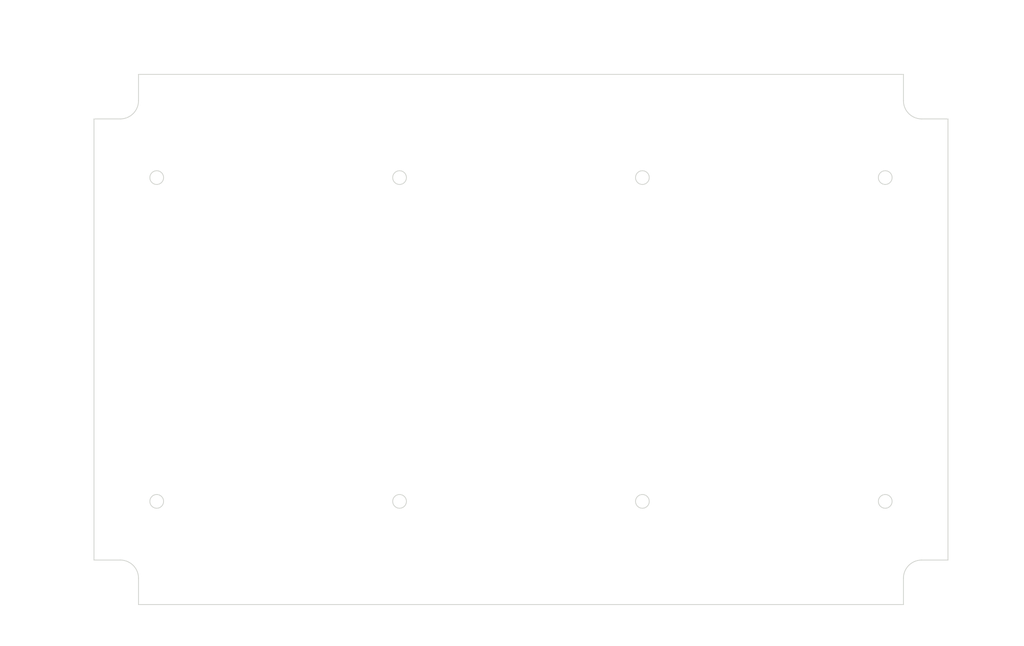
<source format=kicad_pcb>
(kicad_pcb (version 20171130) (host pcbnew "(5.1.0)-1")

  (general
    (thickness 1.6)
    (drawings 93)
    (tracks 0)
    (zones 0)
    (modules 0)
    (nets 1)
  )

  (page A3)
  (layers
    (0 F.Cu signal)
    (31 B.Cu signal)
    (32 B.Adhes user)
    (33 F.Adhes user)
    (34 B.Paste user)
    (35 F.Paste user)
    (36 B.SilkS user)
    (37 F.SilkS user)
    (38 B.Mask user)
    (39 F.Mask user)
    (40 Dwgs.User user)
    (41 Cmts.User user)
    (42 Eco1.User user)
    (43 Eco2.User user)
    (44 Edge.Cuts user)
    (45 Margin user)
    (46 B.CrtYd user)
    (47 F.CrtYd user)
    (48 B.Fab user)
    (49 F.Fab user)
  )

  (setup
    (last_trace_width 0.25)
    (trace_clearance 0.2)
    (zone_clearance 0.508)
    (zone_45_only no)
    (trace_min 0.2)
    (via_size 0.8)
    (via_drill 0.4)
    (via_min_size 0.4)
    (via_min_drill 0.3)
    (uvia_size 0.3)
    (uvia_drill 0.1)
    (uvias_allowed no)
    (uvia_min_size 0.2)
    (uvia_min_drill 0.1)
    (edge_width 0.05)
    (segment_width 0.2)
    (pcb_text_width 0.3)
    (pcb_text_size 1.5 1.5)
    (mod_edge_width 0.12)
    (mod_text_size 1 1)
    (mod_text_width 0.15)
    (pad_size 1.524 1.524)
    (pad_drill 0.762)
    (pad_to_mask_clearance 0.051)
    (solder_mask_min_width 0.25)
    (aux_axis_origin 0 0)
    (visible_elements FFFFFF7F)
    (pcbplotparams
      (layerselection 0x010fc_ffffffff)
      (usegerberextensions false)
      (usegerberattributes false)
      (usegerberadvancedattributes false)
      (creategerberjobfile false)
      (excludeedgelayer true)
      (linewidth 0.152400)
      (plotframeref false)
      (viasonmask false)
      (mode 1)
      (useauxorigin false)
      (hpglpennumber 1)
      (hpglpenspeed 20)
      (hpglpendiameter 15.000000)
      (psnegative false)
      (psa4output false)
      (plotreference true)
      (plotvalue true)
      (plotinvisibletext false)
      (padsonsilk false)
      (subtractmaskfromsilk false)
      (outputformat 1)
      (mirror false)
      (drillshape 1)
      (scaleselection 1)
      (outputdirectory ""))
  )

  (net 0 "")

  (net_class Default "This is the default net class."
    (clearance 0.2)
    (trace_width 0.25)
    (via_dia 0.8)
    (via_drill 0.4)
    (uvia_dia 0.3)
    (uvia_drill 0.1)
  )

  (gr_line (start 97.565548 204.40675) (end 97.565548 95.40675) (layer Edge.Cuts) (width 0.2))
  (gr_line (start 104.065548 204.40675) (end 97.565548 204.40675) (layer Edge.Cuts) (width 0.2))
  (gr_arc (start 104.065548 208.90675) (end 108.565548 208.90675) (angle -90) (layer Edge.Cuts) (width 0.2))
  (gr_line (start 108.565548 215.40675) (end 108.565548 208.90675) (layer Edge.Cuts) (width 0.2))
  (gr_line (start 297.565548 215.40675) (end 108.565548 215.40675) (layer Edge.Cuts) (width 0.2))
  (gr_line (start 297.565548 208.90675) (end 297.565548 215.40675) (layer Edge.Cuts) (width 0.2))
  (gr_arc (start 302.065548 208.90675) (end 302.065548 204.40675) (angle -90) (layer Edge.Cuts) (width 0.2))
  (gr_line (start 308.565548 204.40675) (end 302.065548 204.40675) (layer Edge.Cuts) (width 0.2))
  (gr_line (start 308.565548 95.40675) (end 308.565548 204.40675) (layer Edge.Cuts) (width 0.2))
  (gr_line (start 302.065548 95.40675) (end 308.565548 95.40675) (layer Edge.Cuts) (width 0.2))
  (gr_arc (start 302.065548 90.90675) (end 297.565548 90.90675) (angle -90) (layer Edge.Cuts) (width 0.2))
  (gr_line (start 297.565548 84.40675) (end 297.565548 90.90675) (layer Edge.Cuts) (width 0.2))
  (gr_line (start 108.565548 84.40675) (end 297.565548 84.40675) (layer Edge.Cuts) (width 0.2))
  (gr_line (start 108.565548 90.90675) (end 108.565548 84.40675) (layer Edge.Cuts) (width 0.2))
  (gr_arc (start 104.065548 90.90675) (end 104.065548 95.40675) (angle -90) (layer Edge.Cuts) (width 0.2))
  (gr_line (start 97.565548 95.40675) (end 104.065548 95.40675) (layer Edge.Cuts) (width 0.2))
  (gr_circle (center 233.065548 189.90675) (end 234.765548 189.90675) (layer Edge.Cuts) (width 0.2))
  (gr_circle (center 113.065548 189.90675) (end 114.765548 189.90675) (layer Edge.Cuts) (width 0.2))
  (gr_circle (center 293.065548 109.90675) (end 294.765548 109.90675) (layer Edge.Cuts) (width 0.2))
  (gr_circle (center 173.065548 109.90675) (end 174.765548 109.90675) (layer Edge.Cuts) (width 0.2))
  (gr_circle (center 113.065548 109.90675) (end 114.765548 109.90675) (layer Edge.Cuts) (width 0.2))
  (gr_circle (center 233.065548 109.90675) (end 234.765548 109.90675) (layer Edge.Cuts) (width 0.2))
  (gr_circle (center 173.065548 189.90675) (end 174.765548 189.90675) (layer Edge.Cuts) (width 0.2))
  (gr_circle (center 293.065548 189.90675) (end 294.765548 189.90675) (layer Edge.Cuts) (width 0.2))
  (gr_line (start 293.065548 189.99675) (end 293.065548 189.81675) (layer Dwgs.User) (width 0.2))
  (gr_line (start 292.975548 189.90675) (end 293.155548 189.90675) (layer Dwgs.User) (width 0.2))
  (gr_text " ∅3.40\n[∅0.13]" (at 316.091702 196.79443) (layer Dwgs.User)
    (effects (font (size 1.7 1.53) (thickness 0.2125)))
  )
  (gr_line (start 309.554833 196.79443) (end 296.479671 191.332851) (layer Dwgs.User) (width 0.2))
  (gr_line (start 311.554833 196.79443) (end 309.554833 196.79443) (layer Dwgs.User) (width 0.2))
  (gr_text [R0.18] (at 312.764393 215.42477) (layer Dwgs.User)
    (effects (font (size 1.7 1.53) (thickness 0.2125)))
  )
  (gr_text " R4.50" (at 312.764393 211.867335) (layer Dwgs.User)
    (effects (font (size 1.7 1.53) (thickness 0.2125)))
  )
  (gr_line (start 306.293622 213.535309) (end 300.37944 207.060933) (layer Dwgs.User) (width 0.2))
  (gr_line (start 308.293622 213.535309) (end 306.293622 213.535309) (layer Dwgs.User) (width 0.2))
  (gr_text [4.29] (at 322.599674 151.796211) (layer Dwgs.User)
    (effects (font (size 1.7 1.53) (thickness 0.2125)))
  )
  (gr_text " 109.00" (at 322.599674 148.238775) (layer Dwgs.User)
    (effects (font (size 1.7 1.53) (thickness 0.2125)))
  )
  (gr_line (start 322.599674 202.40675) (end 322.599674 153.464185) (layer Dwgs.User) (width 0.2))
  (gr_line (start 322.599674 97.40675) (end 322.599674 146.349314) (layer Dwgs.User) (width 0.2))
  (gr_line (start 309.565548 204.40675) (end 325.774674 204.40675) (layer Dwgs.User) (width 0.2))
  (gr_line (start 309.565548 95.40675) (end 325.774674 95.40675) (layer Dwgs.User) (width 0.2))
  (gr_text [7.44] (at 203.065548 224.299196) (layer Dwgs.User)
    (effects (font (size 1.7 1.53) (thickness 0.2125)))
  )
  (gr_text " 189.00" (at 203.065548 220.745239) (layer Dwgs.User)
    (effects (font (size 1.7 1.53) (thickness 0.2125)))
  )
  (gr_line (start 110.565548 222.413214) (end 198.360534 222.413214) (layer Dwgs.User) (width 0.2))
  (gr_line (start 295.565548 222.413214) (end 207.770562 222.413214) (layer Dwgs.User) (width 0.2))
  (gr_line (start 108.565548 216.40675) (end 108.565548 225.588214) (layer Dwgs.User) (width 0.2))
  (gr_line (start 297.565548 216.40675) (end 297.565548 225.588214) (layer Dwgs.User) (width 0.2))
  (gr_text [1.00] (at 88.857905 99.046211) (layer Dwgs.User)
    (effects (font (size 1.7 1.53) (thickness 0.2125)))
  )
  (gr_text " 25.50" (at 88.857905 95.488775) (layer Dwgs.User)
    (effects (font (size 1.7 1.53) (thickness 0.2125)))
  )
  (gr_line (start 88.857905 107.90675) (end 88.857905 100.714185) (layer Dwgs.User) (width 0.2))
  (gr_line (start 88.857905 86.40675) (end 88.857905 93.599314) (layer Dwgs.User) (width 0.2))
  (gr_line (start 112.065548 109.90675) (end 85.682905 109.90675) (layer Dwgs.User) (width 0.2))
  (gr_line (start 107.565548 84.40675) (end 85.682905 84.40675) (layer Dwgs.User) (width 0.2))
  (gr_text [.61] (at 105.315548 80.816049) (layer Dwgs.User)
    (effects (font (size 1.7 1.53) (thickness 0.2125)))
  )
  (gr_text " 15.50" (at 105.315548 77.258614) (layer Dwgs.User)
    (effects (font (size 1.7 1.53) (thickness 0.2125)))
  )
  (gr_line (start 111.065548 78.926588) (end 109.360159 78.926588) (layer Dwgs.User) (width 0.2))
  (gr_line (start 99.565548 78.926588) (end 101.270937 78.926588) (layer Dwgs.User) (width 0.2))
  (gr_line (start 113.065548 108.90675) (end 113.065548 75.751588) (layer Dwgs.User) (width 0.2))
  (gr_line (start 97.565548 94.40675) (end 97.565548 75.751588) (layer Dwgs.User) (width 0.2))
  (gr_text [2.36] (at 263.065548 79.817885) (layer Dwgs.User)
    (effects (font (size 1.7 1.53) (thickness 0.2125)))
  )
  (gr_text " 60.00" (at 263.065548 76.260449) (layer Dwgs.User)
    (effects (font (size 1.7 1.53) (thickness 0.2125)))
  )
  (gr_line (start 235.065548 77.928424) (end 259.020937 77.928424) (layer Dwgs.User) (width 0.2))
  (gr_line (start 291.065548 77.928424) (end 267.110159 77.928424) (layer Dwgs.User) (width 0.2))
  (gr_line (start 233.065548 108.90675) (end 233.065548 74.753424) (layer Dwgs.User) (width 0.2))
  (gr_line (start 293.065548 108.90675) (end 293.065548 74.753424) (layer Dwgs.User) (width 0.2))
  (gr_text [2.36] (at 203.065548 79.90206) (layer Dwgs.User)
    (effects (font (size 1.7 1.53) (thickness 0.2125)))
  )
  (gr_text " 60.00" (at 203.065548 76.344625) (layer Dwgs.User)
    (effects (font (size 1.7 1.53) (thickness 0.2125)))
  )
  (gr_line (start 231.065548 78.012599) (end 207.110159 78.012599) (layer Dwgs.User) (width 0.2))
  (gr_line (start 175.065548 78.012599) (end 199.020937 78.012599) (layer Dwgs.User) (width 0.2))
  (gr_line (start 233.065548 108.90675) (end 233.065548 74.837599) (layer Dwgs.User) (width 0.2))
  (gr_line (start 173.065548 108.90675) (end 173.065548 74.837599) (layer Dwgs.User) (width 0.2))
  (gr_text [2.36] (at 143.065548 80.816049) (layer Dwgs.User)
    (effects (font (size 1.7 1.53) (thickness 0.2125)))
  )
  (gr_text " 60.00" (at 143.065548 77.258614) (layer Dwgs.User)
    (effects (font (size 1.7 1.53) (thickness 0.2125)))
  )
  (gr_line (start 171.065548 78.926588) (end 147.110159 78.926588) (layer Dwgs.User) (width 0.2))
  (gr_line (start 115.065548 78.926588) (end 139.020937 78.926588) (layer Dwgs.User) (width 0.2))
  (gr_line (start 173.065548 108.90675) (end 173.065548 75.751588) (layer Dwgs.User) (width 0.2))
  (gr_line (start 113.065548 108.90675) (end 113.065548 75.751588) (layer Dwgs.User) (width 0.2))
  (gr_text [8.31] (at 203.065548 71.191803) (layer Dwgs.User)
    (effects (font (size 1.7 1.53) (thickness 0.2125)))
  )
  (gr_text " 211.00" (at 203.065548 67.634368) (layer Dwgs.User)
    (effects (font (size 1.7 1.53) (thickness 0.2125)))
  )
  (gr_line (start 306.565548 69.302342) (end 207.770562 69.302342) (layer Dwgs.User) (width 0.2))
  (gr_line (start 99.565548 69.302342) (end 198.360534 69.302342) (layer Dwgs.User) (width 0.2))
  (gr_line (start 308.565548 94.40675) (end 308.565548 66.127342) (layer Dwgs.User) (width 0.2))
  (gr_line (start 97.565548 94.40675) (end 97.565548 66.127342) (layer Dwgs.User) (width 0.2))
  (gr_text [3.15] (at 88.538871 151.796211) (layer Dwgs.User)
    (effects (font (size 1.7 1.53) (thickness 0.2125)))
  )
  (gr_text " 80.00" (at 88.538871 148.238775) (layer Dwgs.User)
    (effects (font (size 1.7 1.53) (thickness 0.2125)))
  )
  (gr_line (start 88.538871 187.90675) (end 88.538871 153.464185) (layer Dwgs.User) (width 0.2))
  (gr_line (start 88.538871 111.90675) (end 88.538871 146.349314) (layer Dwgs.User) (width 0.2))
  (gr_line (start 112.065548 189.90675) (end 85.363871 189.90675) (layer Dwgs.User) (width 0.2))
  (gr_line (start 112.065548 109.90675) (end 85.363871 109.90675) (layer Dwgs.User) (width 0.2))
  (gr_text [5.16] (at 79.098851 151.796211) (layer Dwgs.User)
    (effects (font (size 1.7 1.53) (thickness 0.2125)))
  )
  (gr_text " 131.00" (at 79.098851 148.238196) (layer Dwgs.User)
    (effects (font (size 1.7 1.53) (thickness 0.2125)))
  )
  (gr_line (start 79.098851 213.40675) (end 79.098851 153.464765) (layer Dwgs.User) (width 0.2))
  (gr_line (start 79.098851 86.40675) (end 79.098851 146.348735) (layer Dwgs.User) (width 0.2))
  (gr_line (start 107.565548 215.40675) (end 75.923851 215.40675) (layer Dwgs.User) (width 0.2))
  (gr_line (start 107.565548 84.40675) (end 75.923851 84.40675) (layer Dwgs.User) (width 0.2))

)

</source>
